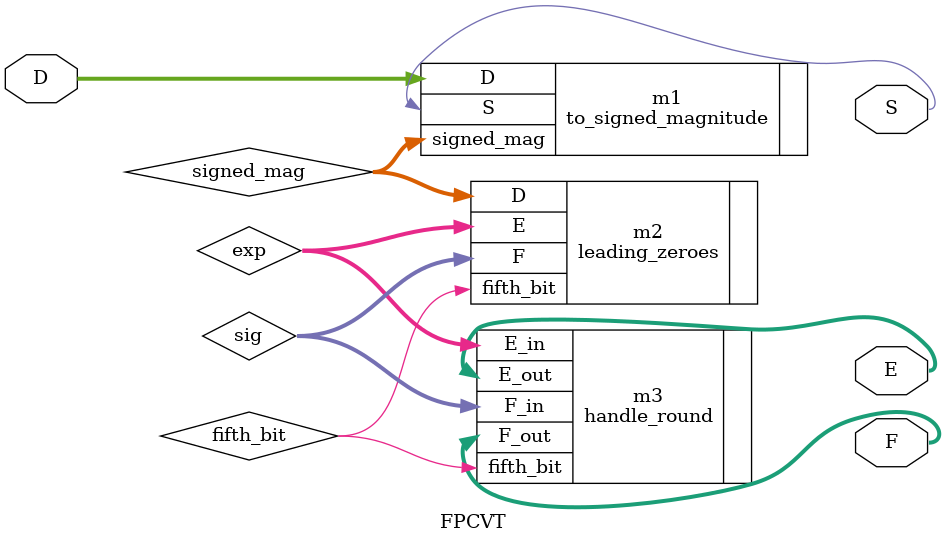
<source format=v>
`timescale 1ns / 1ps
module FPCVT(D, S, E, F);

	// Inputs
	input [11:0] D;

	// Outputs
	output S;
	output [2:0] E;
	output [3:0] F;

	// Wires
	wire [11:0] signed_mag;
	wire fifth_bit;
	wire [2:0] exp;
	wire [3:0] sig;

	// Convert D from Two's Complement to Signed Magnitude
	to_signed_magnitude m1 (.D(D), .S(S), .signed_mag(signed_mag));

	// Count leading zeroes and extract leading bits
	leading_zeroes m2 (.D(signed_mag), .E(exp), .F(sig), .fifth_bit(fifth_bit));

	// Round
	handle_round m3 (.E_in(exp), .F_in(sig), .fifth_bit(fifth_bit), .E_out(E), .F_out(F));

endmodule
</source>
